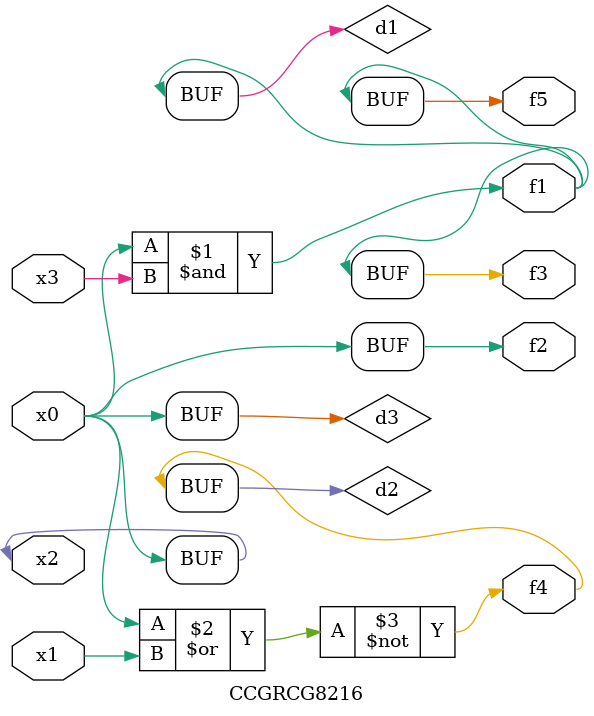
<source format=v>
module CCGRCG8216(
	input x0, x1, x2, x3,
	output f1, f2, f3, f4, f5
);

	wire d1, d2, d3;

	and (d1, x2, x3);
	nor (d2, x0, x1);
	buf (d3, x0, x2);
	assign f1 = d1;
	assign f2 = d3;
	assign f3 = d1;
	assign f4 = d2;
	assign f5 = d1;
endmodule

</source>
